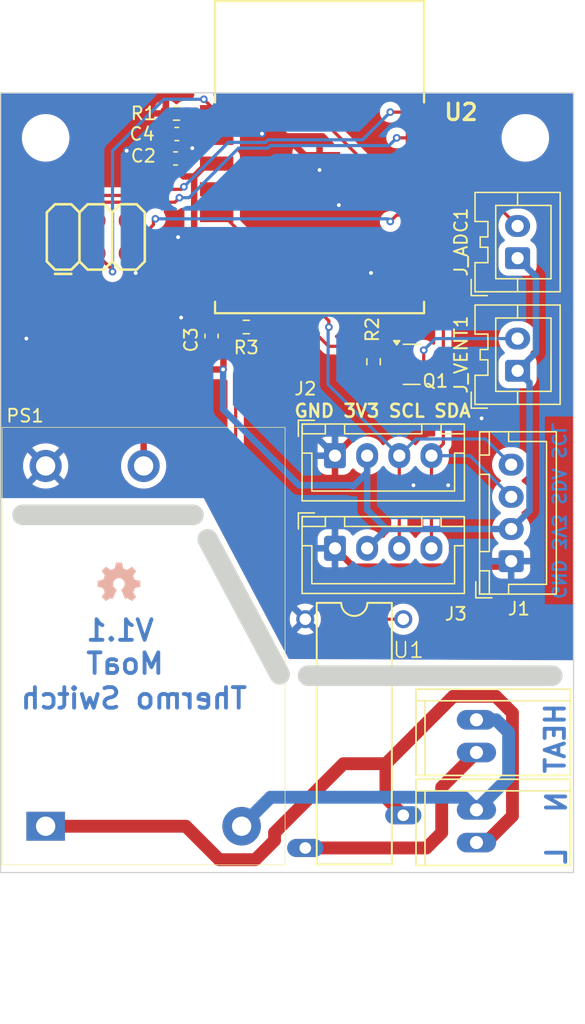
<source format=kicad_pcb>
(kicad_pcb (version 20221018) (generator pcbnew)
  (title_block (comment 4 "AISLER Project ID: STHUFQXV"))
  (layers (0 "F.Cu" signal) (31 "B.Cu" signal) (34 "B.Paste" user) (35 "F.Paste" user) (36 "B.SilkS" user "B.Silkscreen") (37 "F.SilkS" user "F.Silkscreen") (38 "B.Mask" user) (39 "F.Mask" user) (44 "Edge.Cuts" user))
  (net 0 "")
  (net 1 "GND")
  (net 2 "+3V3")
  (net 3 "SDA")
  (net 4 "SCL")
  (net 5 "ADC")
  (net 6 "Net-(J_HEAT1-Pin_2)")
  (net 7 "Net-(J_HEAT1-Pin_1)")
  (net 8 "Net-(J_PWR1-Pin_2)")
  (net 9 "Net-(Prog1-Tx)")
  (net 10 "Net-(Prog1-Rx)")
  (net 11 "PROG")
  (net 12 "Net-(Prog1-Reset)")
  (net 13 "Net-(J_VENT1-Pin_2)")
  (net 14 "Net-(U1-+)")
  (net 15 "VENT")
  (net 20 "SIG")
  (footprint "localstuff:1X02_GN" (layer "F.Cu") (at 150.7 93.5 -90)
    (fp_text reference "J_PWR1" hide)
    (fp_text value "Conn_01x02_Socket")
    (fp_line (start -3.65 -7.3) (end -3.65 4.7) (stroke (width 0.127)) (layer "F.SilkS"))
    (fp_line (start -3.65 4.7) (end -2.75 4.7) (stroke (width 0.127)) (layer "F.SilkS"))
    (fp_line (start -2.75 -7.3) (end -3.65 -7.3) (stroke (width 0.127)) (layer "F.SilkS"))
    (fp_line (start -2.75 -7.3) (end -2.75 4) (stroke (width 0.127)) (layer "F.SilkS"))
    (fp_line (start -2.75 4) (end -2.75 4.7) (stroke (width 0.127)) (layer "F.SilkS"))
    (fp_line (start -2.75 4) (end 3.05 4) (stroke (width 0.127)) (layer "F.SilkS"))
    (fp_line (start -2.75 4.7) (end 3.05 4.7) (stroke (width 0.127)) (layer "F.SilkS"))
    (fp_line (start 3.05 -7.3) (end -2.75 -7.3) (stroke (width 0.127)) (layer "F.SilkS"))
    (fp_line (start 3.05 4) (end 3.05 -7.3) (stroke (width 0.127)) (layer "F.SilkS"))
    (fp_line (start 3.05 4.7) (end 3.05 4) (stroke (width 0.127)) (layer "F.SilkS"))
    (pad "1" thru_hole oval (at -1.27 0) (size 3.048 1.524) (drill 1.016) (layers "*.Cu" "*.Mask") (net 7 "Net-(J_HEAT1-Pin_1)"))
    (pad "2" thru_hole oval (at 1.27 0) (size 3.048 1.524) (drill 1.016) (layers "*.Cu" "*.Mask") (net 8 "Net-(J_PWR1-Pin_2)"))
  )
  (footprint "Connector_JST:JST_XH_B4B-XH-A_1x04_P2.50mm_Vertical" (layer "F.Cu") (at 153.4 72.9 90)
    (fp_text reference "J1" (at -3.7 0.6 180) (layer "F.SilkS"))
    (fp_text value "Conn_01x04_Pin")
    (fp_line (start -2.85 -2.75) (end -2.85 -1.5) (stroke (width 0.12)) (layer "F.SilkS"))
    (fp_line (start -2.56 -2.46) (end -2.56 3.51) (stroke (width 0.12)) (layer "F.SilkS"))
    (fp_line (start -2.56 3.51) (end 10.06 3.51) (stroke (width 0.12)) (layer "F.SilkS"))
    (fp_line (start -2.55 -2.45) (end -2.55 -1.7) (stroke (width 0.12)) (layer "F.SilkS"))
    (fp_line (start -2.55 -1.7) (end -0.75 -1.7) (stroke (width 0.12)) (layer "F.SilkS"))
    (fp_line (start -2.55 -0.2) (end -1.8 -0.2) (stroke (width 0.12)) (layer "F.SilkS"))
    (fp_line (start -1.8 -0.2) (end -1.8 2.75) (stroke (width 0.12)) (layer "F.SilkS"))
    (fp_line (start -1.8 2.75) (end 3.75 2.75) (stroke (width 0.12)) (layer "F.SilkS"))
    (fp_line (start -1.6 -2.75) (end -2.85 -2.75) (stroke (width 0.12)) (layer "F.SilkS"))
    (fp_line (start -0.75 -2.45) (end -2.55 -2.45) (stroke (width 0.12)) (layer "F.SilkS"))
    (fp_line (start -0.75 -1.7) (end -0.75 -2.45) (stroke (width 0.12)) (layer "F.SilkS"))
    (fp_line (start 0.75 -2.45) (end 0.75 -1.7) (stroke (width 0.12)) (layer "F.SilkS"))
    (fp_line (start 0.75 -1.7) (end 6.75 -1.7) (stroke (width 0.12)) (layer "F.SilkS"))
    (fp_line (start 6.75 -2.45) (end 0.75 -2.45) (stroke (width 0.12)) (layer "F.SilkS"))
    (fp_line (start 6.75 -1.7) (end 6.75 -2.45) (stroke (width 0.12)) (layer "F.SilkS"))
    (fp_line (start 8.25 -2.45) (end 8.25 -1.7) (stroke (width 0.12)) (layer "F.SilkS"))
    (fp_line (start 8.25 -1.7) (end 10.05 -1.7) (stroke (width 0.12)) (layer "F.SilkS"))
    (fp_line (start 9.3 -0.2) (end 9.3 2.75) (stroke (width 0.12)) (layer "F.SilkS"))
    (fp_line (start 9.3 2.75) (end 3.75 2.75) (stroke (width 0.12)) (layer "F.SilkS"))
    (fp_line (start 10.05 -2.45) (end 8.25 -2.45) (stroke (width 0.12)) (layer "F.SilkS"))
    (fp_line (start 10.05 -1.7) (end 10.05 -2.45) (stroke (width 0.12)) (layer "F.SilkS"))
    (fp_line (start 10.05 -0.2) (end 9.3 -0.2) (stroke (width 0.12)) (layer "F.SilkS"))
    (fp_line (start 10.06 -2.46) (end -2.56 -2.46) (stroke (width 0.12)) (layer "F.SilkS"))
    (fp_line (start 10.06 3.51) (end 10.06 -2.46) (stroke (width 0.12)) (layer "F.SilkS"))
    (pad "1" thru_hole roundrect (at 0 0 90) (size 1.7 1.95) (drill 0.95) (layers "*.Cu" "*.Mask") (roundrect_rratio 0.1470588235) (net 1 "GND"))
    (pad "2" thru_hole oval (at 2.5 0 90) (size 1.7 1.95) (drill 0.95) (layers "*.Cu" "*.Mask") (net 2 "+3V3"))
    (pad "3" thru_hole oval (at 5 0 90) (size 1.7 1.95) (drill 0.95) (layers "*.Cu" "*.Mask") (net 3 "SDA"))
    (pad "4" thru_hole oval (at 7.5 0 90) (size 1.7 1.95) (drill 0.95) (layers "*.Cu" "*.Mask") (net 4 "SCL"))
  )
  (footprint "localstuff:RAC01-3.3" (layer "F.Cu") (at 124.82 79.5 180)
    (fp_text reference "PS1" (at 9.22 17.9) (layer "F.SilkS") (effects (font (size 1.000677 1.000677))))
    (fp_text value "RAC01-3.3")
    (fp_rect (start -11 -17) (end 11 17) (stroke (width 0.05)) (fill none) (layer "F.SilkS"))
    (pad "1" thru_hole rect (at 7.62 -14 180) (size 3 2.25) (drill 1.5) (layers "*.Cu" "*.Mask") (net 8 "Net-(J_PWR1-Pin_2)"))
    (pad "2" thru_hole circle (at -7.62 -14 180) (size 3 3) (drill 1.5) (layers "*.Cu" "*.Mask") (net 7 "Net-(J_HEAT1-Pin_1)"))
    (pad "3" thru_hole circle (at 7.62 14 180) (size 2.5 2.5) (drill 1.5) (layers "*.Cu" "*.Mask") (net 1 "GND"))
    (pad "4" thru_hole circle (at 0 14 180) (size 2.5 2.5) (drill 1.5) (layers "*.Cu" "*.Mask") (net 2 "+3V3"))
  )
  (footprint "Capacitor_SMD:C_0603_1608Metric" (layer "F.Cu") (at 127.3 41.6)
    (fp_text reference "C2" (at -2.5 -0.2) (layer "F.SilkS"))
    (fp_text value "CP_10µ_16V_0603")
    (fp_line (start -0.14058 -0.51) (end 0.14058 -0.51) (stroke (width 0.12)) (layer "F.SilkS"))
    (fp_line (start -0.14058 0.51) (end 0.14058 0.51) (stroke (width 0.12)) (layer "F.SilkS"))
    (pad "1" smd roundrect (at -0.775 0) (size 0.9 0.95) (layers "F.Cu" "F.Paste" "F.Mask") (net 2 "+3V3"))
    (pad "2" smd roundrect (at 0.775 0) (size 0.9 0.95) (layers "F.Cu" "F.Paste" "F.Mask") (net 1 "GND"))
  )
  (footprint "Connector_JST:JST_XA_B02B-XASK-1_1x02_P2.50mm_Vertical" (layer "F.Cu") (at 153.9 49.35 90)
    (fp_text reference "J_ADC1" (at 1.25 -4.4 90) (layer "F.SilkS"))
    (fp_text value "Conn_01x02_Socket")
    (fp_line (start -2.91 -3.61) (end -2.91 -2.36) (stroke (width 0.12)) (layer "F.SilkS"))
    (fp_line (start -2.61 -3.31) (end -2.61 3.31) (stroke (width 0.12)) (layer "F.SilkS"))
    (fp_line (start -2.61 0) (end -1.6 0) (stroke (width 0.12)) (layer "F.SilkS"))
    (fp_line (start -2.61 3.31) (end 5.11 3.31) (stroke (width 0.12)) (layer "F.SilkS"))
    (fp_line (start -1.66 -3.61) (end -2.91 -3.61) (stroke (width 0.12)) (layer "F.SilkS"))
    (fp_line (start -1.6 -1.7) (end -1.6 2.6) (stroke (width 0.12)) (layer "F.SilkS"))
    (fp_line (start -1.6 2.6) (end 4.1 2.6) (stroke (width 0.12)) (layer "F.SilkS"))
    (fp_line (start -0.35 -3.31) (end -2.61 -3.31) (stroke (width 0.12)) (layer "F.SilkS"))
    (fp_line (start -0.35 -2.31) (end -0.35 -3.31) (stroke (width 0.12)) (layer "F.SilkS"))
    (fp_line (start 0.85 -2.91) (end 0.85 -2.31) (stroke (width 0.12)) (layer "F.SilkS"))
    (fp_line (start 0.85 -2.31) (end -0.35 -2.31) (stroke (width 0.12)) (layer "F.SilkS"))
    (fp_line (start 1.65 -2.91) (end 0.85 -2.91) (stroke (width 0.12)) (layer "F.SilkS"))
    (fp_line (start 1.65 -2.31) (end 1.65 -2.91) (stroke (width 0.12)) (layer "F.SilkS"))
    (fp_line (start 2.85 -3.31) (end 2.85 -2.31) (stroke (width 0.12)) (layer "F.SilkS"))
    (fp_line (start 2.85 -2.31) (end 1.65 -2.31) (stroke (width 0.12)) (layer "F.SilkS"))
    (fp_line (start 4.1 -1.7) (end -1.6 -1.7) (stroke (width 0.12)) (layer "F.SilkS"))
    (fp_line (start 4.1 2.6) (end 4.1 -1.7) (stroke (width 0.12)) (layer "F.SilkS"))
    (fp_line (start 5.11 -3.31) (end 2.85 -3.31) (stroke (width 0.12)) (layer "F.SilkS"))
    (fp_line (start 5.11 0) (end 4.1 0) (stroke (width 0.12)) (layer "F.SilkS"))
    (fp_line (start 5.11 3.31) (end 5.11 -3.31) (stroke (width 0.12)) (layer "F.SilkS"))
    (pad "1" thru_hole roundrect (at 0 0 90) (size 1.7 1.95) (drill 0.95) (layers "*.Cu" "*.Mask") (roundrect_rratio 0.1470588235) (net 2 "+3V3"))
    (pad "2" thru_hole oval (at 2.5 0 90) (size 1.7 1.95) (drill 0.95) (layers "*.Cu" "*.Mask") (net 5 "ADC"))
  )
  (footprint "Connector_JST:JST_XH_B4B-XH-A_1x04_P2.50mm_Vertical" (layer "F.Cu") (at 139.7 71.9)
    (fp_text reference "J3" (at 9.4 5.1) (layer "F.SilkS"))
    (fp_text value "Conn_01x04_Pin")
    (fp_line (start -2.85 -2.75) (end -2.85 -1.5) (stroke (width 0.12)) (layer "F.SilkS"))
    (fp_line (start -2.56 -2.46) (end -2.56 3.51) (stroke (width 0.12)) (layer "F.SilkS"))
    (fp_line (start -2.56 3.51) (end 10.06 3.51) (stroke (width 0.12)) (layer "F.SilkS"))
    (fp_line (start -2.55 -2.45) (end -2.55 -1.7) (stroke (width 0.12)) (layer "F.SilkS"))
    (fp_line (start -2.55 -1.7) (end -0.75 -1.7) (stroke (width 0.12)) (layer "F.SilkS"))
    (fp_line (start -2.55 -0.2) (end -1.8 -0.2) (stroke (width 0.12)) (layer "F.SilkS"))
    (fp_line (start -1.8 -0.2) (end -1.8 2.75) (stroke (width 0.12)) (layer "F.SilkS"))
    (fp_line (start -1.8 2.75) (end 3.75 2.75) (stroke (width 0.12)) (layer "F.SilkS"))
    (fp_line (start -1.6 -2.75) (end -2.85 -2.75) (stroke (width 0.12)) (layer "F.SilkS"))
    (fp_line (start -0.75 -2.45) (end -2.55 -2.45) (stroke (width 0.12)) (layer "F.SilkS"))
    (fp_line (start -0.75 -1.7) (end -0.75 -2.45) (stroke (width 0.12)) (layer "F.SilkS"))
    (fp_line (start 0.75 -2.45) (end 0.75 -1.7) (stroke (width 0.12)) (layer "F.SilkS"))
    (fp_line (start 0.75 -1.7) (end 6.75 -1.7) (stroke (width 0.12)) (layer "F.SilkS"))
    (fp_line (start 6.75 -2.45) (end 0.75 -2.45) (stroke (width 0.12)) (layer "F.SilkS"))
    (fp_line (start 6.75 -1.7) (end 6.75 -2.45) (stroke (width 0.12)) (layer "F.SilkS"))
    (fp_line (start 8.25 -2.45) (end 8.25 -1.7) (stroke (width 0.12)) (layer "F.SilkS"))
    (fp_line (start 8.25 -1.7) (end 10.05 -1.7) (stroke (width 0.12)) (layer "F.SilkS"))
    (fp_line (start 9.3 -0.2) (end 9.3 2.75) (stroke (width 0.12)) (layer "F.SilkS"))
    (fp_line (start 9.3 2.75) (end 3.75 2.75) (stroke (width 0.12)) (layer "F.SilkS"))
    (fp_line (start 10.05 -2.45) (end 8.25 -2.45) (stroke (width 0.12)) (layer "F.SilkS"))
    (fp_line (start 10.05 -1.7) (end 10.05 -2.45) (stroke (width 0.12)) (layer "F.SilkS"))
    (fp_line (start 10.05 -0.2) (end 9.3 -0.2) (stroke (width 0.12)) (layer "F.SilkS"))
    (fp_line (start 10.06 -2.46) (end -2.56 -2.46) (stroke (width 0.12)) (layer "F.SilkS"))
    (fp_line (start 10.06 3.51) (end 10.06 -2.46) (stroke (width 0.12)) (layer "F.SilkS"))
    (pad "1" thru_hole roundrect (at 0 0) (size 1.7 1.95) (drill 0.95) (layers "*.Cu" "*.Mask") (roundrect_rratio 0.1470588235) (net 1 "GND"))
    (pad "2" thru_hole oval (at 2.5 0) (size 1.7 1.95) (drill 0.95) (layers "*.Cu" "*.Mask") (net 2 "+3V3"))
    (pad "3" thru_hole oval (at 5 0) (size 1.7 1.95) (drill 0.95) (layers "*.Cu" "*.Mask") (net 4 "SCL"))
    (pad "4" thru_hole oval (at 7.5 0) (size 1.7 1.95) (drill 0.95) (layers "*.Cu" "*.Mask") (net 3 "SDA"))
  )
  (footprint "Connector_JST:JST_XH_B4B-XH-A_1x04_P2.50mm_Vertical" (layer "F.Cu") (at 139.7 64.7)
    (fp_text reference "J2" (at -2.3 -5.2) (layer "F.SilkS"))
    (fp_text value "Conn_01x04_Pin")
    (fp_line (start -2.85 -2.75) (end -2.85 -1.5) (stroke (width 0.12)) (layer "F.SilkS"))
    (fp_line (start -2.56 -2.46) (end -2.56 3.51) (stroke (width 0.12)) (layer "F.SilkS"))
    (fp_line (start -2.56 3.51) (end 10.06 3.51) (stroke (width 0.12)) (layer "F.SilkS"))
    (fp_line (start -2.55 -2.45) (end -2.55 -1.7) (stroke (width 0.12)) (layer "F.SilkS"))
    (fp_line (start -2.55 -1.7) (end -0.75 -1.7) (stroke (width 0.12)) (layer "F.SilkS"))
    (fp_line (start -2.55 -0.2) (end -1.8 -0.2) (stroke (width 0.12)) (layer "F.SilkS"))
    (fp_line (start -1.8 -0.2) (end -1.8 2.75) (stroke (width 0.12)) (layer "F.SilkS"))
    (fp_line (start -1.8 2.75) (end 3.75 2.75) (stroke (width 0.12)) (layer "F.SilkS"))
    (fp_line (start -1.6 -2.75) (end -2.85 -2.75) (stroke (width 0.12)) (layer "F.SilkS"))
    (fp_line (start -0.75 -2.45) (end -2.55 -2.45) (stroke (width 0.12)) (layer "F.SilkS"))
    (fp_line (start -0.75 -1.7) (end -0.75 -2.45) (stroke (width 0.12)) (layer "F.SilkS"))
    (fp_line (start 0.75 -2.45) (end 0.75 -1.7) (stroke (width 0.12)) (layer "F.SilkS"))
    (fp_line (start 0.75 -1.7) (end 6.75 -1.7) (stroke (width 0.12)) (layer "F.SilkS"))
    (fp_line (start 6.75 -2.45) (end 0.75 -2.45) (stroke (width 0.12)) (layer "F.SilkS"))
    (fp_line (start 6.75 -1.7) (end 6.75 -2.45) (stroke (width 0.12)) (layer "F.SilkS"))
    (fp_line (start 8.25 -2.45) (end 8.25 -1.7) (stroke (width 0.12)) (layer "F.SilkS"))
    (fp_line (start 8.25 -1.7) (end 10.05 -1.7) (stroke (width 0.12)) (layer "F.SilkS"))
    (fp_line (start 9.3 -0.2) (end 9.3 2.75) (stroke (width 0.12)) (layer "F.SilkS"))
    (fp_line (start 9.3 2.75) (end 3.75 2.75) (stroke (width 0.12)) (layer "F.SilkS"))
    (fp_line (start 10.05 -2.45) (end 8.25 -2.45) (stroke (width 0.12)) (layer "F.SilkS"))
    (fp_line (start 10.05 -1.7) (end 10.05 -2.45) (stroke (width 0.12)) (layer "F.SilkS"))
    (fp_line (start 10.05 -0.2) (end 9.3 -0.2) (stroke (width 0.12)) (layer "F.SilkS"))
    (fp_line (start 10.06 -2.46) (end -2.56 -2.46) (stroke (width 0.12)) (layer "F.SilkS"))
    (fp_line (start 10.06 3.51) (end 10.06 -2.46) (stroke (width 0.12)) (layer "F.SilkS"))
    (pad "1" thru_hole roundrect (at 0 0) (size 1.7 1.95) (drill 0.95) (layers "*.Cu" "*.Mask") (roundrect_rratio 0.1470588235) (net 1 "GND"))
    (pad "2" thru_hole oval (at 2.5 0) (size 1.7 1.95) (drill 0.95) (layers "*.Cu" "*.Mask") (net 2 "+3V3"))
    (pad "3" thru_hole oval (at 5 0) (size 1.7 1.95) (drill 0.95) (layers "*.Cu" "*.Mask") (net 4 "SCL"))
    (pad "4" thru_hole oval (at 7.5 0) (size 1.7 1.95) (drill 0.95) (layers "*.Cu" "*.Mask") (net 3 "SDA"))
  )
  (footprint "localstuff:DIL16-CPC1965G" (layer "F.Cu") (at 141.2 86.3 -90)
    (fp_text reference "U1" (at -7.2 -5.5 -180) (layer "F.SilkS") (effects (font (size 1.2065 1.2065) (thickness 0.127)) (justify right top)))
    (fp_text value "CPC1965G")
    (fp_line (start -10.16 -2.921) (end -10.16 -1.016) (stroke (width 0.1524)) (layer "F.SilkS"))
    (fp_line (start -10.16 2.921) (end -10.16 1.016) (stroke (width 0.1524)) (layer "F.SilkS"))
    (fp_line (start -10.16 2.921) (end 10.16 2.921) (stroke (width 0.1524)) (layer "F.SilkS"))
    (fp_line (start 10.16 -2.921) (end -10.16 -2.921) (stroke (width 0.1524)) (layer "F.SilkS"))
    (fp_line (start 10.16 -2.921) (end 10.16 2.921) (stroke (width 0.1524)) (layer "F.SilkS"))
    (fp_arc (start -10.16 -1.016) (mid -9.144 0) (end -10.16 1.016) (stroke (width 0.1524)) (layer "F.SilkS"))
    (pad "1" thru_hole circle (at -8.89 3.81) (size 1.408 1.408) (drill 0.9) (layers "*.Cu" "*.Mask") (net 1 "GND"))
    (pad "8" thru_hole oval (at 8.89 3.81) (size 2.816 1.408) (drill 0.9) (layers "*.Cu" "*.Mask") (net 6 "Net-(J_HEAT1-Pin_2)"))
    (pad "10" thru_hole oval (at 6.35 -3.81) (size 2.816 1.408) (drill 0.9) (layers "*.Cu" "*.Mask") (net 8 "Net-(J_PWR1-Pin_2)"))
    (pad "16" thru_hole circle (at -8.89 -3.81) (size 1.408 1.408) (drill 0.9) (layers "*.Cu" "*.Mask") (net 14 "Net-(U1-+)"))
  )
  (footprint "Resistor_SMD:R_0603_1608Metric" (layer "F.Cu") (at 127.375 38.1 180)
    (fp_text reference "R1" (at 2.575 0) (layer "F.SilkS"))
    (fp_text value "R_5k1_0603")
    (fp_line (start -0.237258 -0.5225) (end 0.237258 -0.5225) (stroke (width 0.12)) (layer "F.SilkS"))
    (fp_line (start -0.237258 0.5225) (end 0.237258 0.5225) (stroke (width 0.12)) (layer "F.SilkS"))
    (pad "1" smd roundrect (at -0.825 0 180) (size 0.8 0.95) (layers "F.Cu" "F.Paste" "F.Mask") (net 5 "ADC"))
    (pad "2" smd roundrect (at 0.825 0 180) (size 0.8 0.95) (layers "F.Cu" "F.Paste" "F.Mask") (net 1 "GND"))
  )
  (footprint "localstuff:ESP-12S" (layer "F.Cu") (at 138.5 41.5)
    (fp_text reference "U2" (at 11 -3.5) (layer "F.SilkS") (effects (font (size 1.27 1.27) (thickness 0.25) bold)))
    (fp_text value "ESP-12S")
    (fp_line (start -8.127 -12.127) (end 8.127 -12.127) (stroke (width 0.1778)) (layer "F.SilkS"))
    (fp_line (start -8.127 -4.256) (end -8.127 -12.127) (stroke (width 0.1778)) (layer "F.SilkS"))
    (fp_line (start -8.127 12.127) (end -8.127 11.241) (stroke (width 0.1778)) (layer "F.SilkS"))
    (fp_line (start 8.127 -12.127) (end 8.127 -4.256) (stroke (width 0.1778)) (layer "F.SilkS"))
    (fp_line (start 8.127 11.241) (end 8.127 12.127) (stroke (width 0.1778)) (layer "F.SilkS"))
    (fp_line (start 8.127 12.127) (end -8.127 12.127) (stroke (width 0.1778)) (layer "F.SilkS"))
    (pad "1" smd rect (at -8 -3.5) (size 2.6 1.1) (layers "F.Cu" "F.Paste" "F.Mask") (net 12 "Net-(Prog1-Reset)"))
    (pad "2" smd rect (at -8 -1.5) (size 2.6 1.1) (layers "F.Cu" "F.Paste" "F.Mask") (net 5 "ADC"))
    (pad "3" smd rect (at -8 0.5) (size 2.6 1.1) (layers "F.Cu" "F.Paste" "F.Mask") (net 2 "+3V3"))
    (pad "4" smd rect (at -8 2.5) (size 2.6 1.1) (layers "F.Cu" "F.Paste" "F.Mask"))
    (pad "5" smd rect (at -8 4.5) (size 2.6 1.1) (layers "F.Cu" "F.Paste" "F.Mask") (net 4 "SCL"))
    (pad "6" smd rect (at -8 6.5) (size 2.6 1.1) (layers "F.Cu" "F.Paste" "F.Mask") (net 15 "VENT"))
    (pad "7" smd rect (at -8 8.5) (size 2.6 1.1) (layers "F.Cu" "F.Paste" "F.Mask") (net 20 "SIG"))
    (pad "8" smd rect (at -8 10.5) (size 2.6 1.1) (layers "F.Cu" "F.Paste" "F.Mask") (net 2 "+3V3"))
    (pad "9" smd rect (at 8 10.5 180) (size 2.6 1.1) (layers "F.Cu" "F.Paste" "F.Mask") (net 1 "GND"))
    (pad "10" smd rect (at 8 8.5 180) (size 2.6 1.1) (layers "F.Cu" "F.Paste" "F.Mask"))
    (pad "11" smd rect (at 8 6.5 180) (size 2.6 1.1) (layers "F.Cu" "F.Paste" "F.Mask") (net 3 "SDA"))
    (pad "12" smd rect (at 8 4.5 180) (size 2.6 1.1) (layers "F.Cu" "F.Paste" "F.Mask") (net 11 "PROG"))
    (pad "13" smd rect (at 8 2.5 180) (size 2.6 1.1) (layers "F.Cu" "F.Paste" "F.Mask"))
    (pad "14" smd rect (at 8 0.5 180) (size 2.6 1.1) (layers "F.Cu" "F.Paste" "F.Mask"))
    (pad "15" smd rect (at 8 -1.5 180) (size 2.6 1.1) (layers "F.Cu" "F.Paste" "F.Mask") (net 10 "Net-(Prog1-Rx)"))
    (pad "16" smd rect (at 8 -3.5 180) (size 2.6 1.1) (layers "F.Cu" "F.Paste" "F.Mask") (net 9 "Net-(Prog1-Tx)"))
    (pad "P$1" smd rect (at 0 1.2) (size 3.2 3.2) (layers "F.Cu" "F.Mask") (net 1 "GND"))
    (zone (net 0) (net_name "") (layer "F.Cu") (connect_pads (clearance 0)) (min_thickness 0.002541)
      (keepout (tracks not_allowed) (vias not_allowed) (pads not_allowed) (copperpour not_allowed) (footprints allowed))
      (fill (thermal_gap 0.508) (thermal_bridge_width 0.508))
      (polygon (pts (xy 130.5 36.5) (xy 146.5 36.5) (xy 146.5 29.5) (xy 130.5 29.5)))
    )
    (zone (net 0) (net_name "") (layer "B.Cu") (connect_pads (clearance 0)) (min_thickness 0.002541)
      (keepout (tracks not_allowed) (vias not_allowed) (pads not_allowed) (copperpour not_allowed) (footprints allowed))
      (fill (thermal_gap 0.508) (thermal_bridge_width 0.508))
      (polygon (pts (xy 146.5 36.5) (xy 130.5 36.5) (xy 130.5 29.5) (xy 146.5 29.5)))
    )
  )
  (footprint "Resistor_SMD:R_0603_1608Metric" (layer "F.Cu") (at 142.7 57.4 -90)
    (fp_text reference "R2" (at -2.5 0.1 -270) (layer "F.SilkS"))
    (fp_text value "R_100k_0603")
    (fp_line (start -0.237258 -0.5225) (end 0.237258 -0.5225) (stroke (width 0.12)) (layer "F.SilkS"))
    (fp_line (start -0.237258 0.5225) (end 0.237258 0.5225) (stroke (width 0.12)) (layer "F.SilkS"))
    (pad "1" smd roundrect (at -0.825 0 270) (size 0.8 0.95) (layers "F.Cu" "F.Paste" "F.Mask") (net 15 "VENT"))
    (pad "2" smd roundrect (at 0.825 0 270) (size 0.8 0.95) (layers "F.Cu" "F.Paste" "F.Mask") (net 1 "GND"))
  )
  (footprint "MountingHole:MountingHole_3.2mm_M3" (layer "F.Cu") (at 117.2 40)
    (fp_text reference "REF**" hide)
    (fp_text value "MountingHole_3.2mm_M3" hide)
    (pad "" np_thru_hole circle (at 0 0) (size 3.2 3.2) (drill 3.2) (layers "*.Cu" "*.Mask"))
  )
  (footprint "MountingHole:MountingHole_3.2mm_M3" (layer "F.Cu") (at 154.5 40)
    (fp_text reference "REF**" hide)
    (fp_text value "MountingHole_3.2mm_M3" hide)
    (pad "" np_thru_hole circle (at 0 0) (size 3.2 3.2) (drill 3.2) (layers "*.Cu" "*.Mask"))
  )
  (footprint "localstuff:2X3_PAD" (layer "F.Cu") (at 121.1 47.7)
    (fp_text reference "Prog1" hide)
    (fp_text value "PogoPad" hide)
    (fp_line (start -3.81 -1.905) (end -3.175 -2.54) (stroke (width 0.2032)) (layer "F.SilkS"))
    (fp_line (start -3.81 1.905) (end -3.81 -1.905) (stroke (width 0.2032)) (layer "F.SilkS"))
    (fp_line (start -3.81 1.905) (end -3.175 2.54) (stroke (width 0.2032)) (layer "F.SilkS"))
    (fp_line (start -3.175 -2.54) (end -1.905 -2.54) (stroke (width 0.2032)) (layer "F.SilkS"))
    (fp_line (start -3.175 2.54) (end -1.905 2.54) (stroke (width 0.2032)) (layer "F.SilkS"))
    (fp_line (start -1.905 -2.54) (end -1.27 -1.905) (stroke (width 0.2032)) (layer "F.SilkS"))
    (fp_line (start -1.905 2.54) (end -1.27 1.905) (stroke (width 0.2032)) (layer "F.SilkS"))
    (fp_line (start -1.905 2.875) (end -3.175 2.875) (stroke (width 0.2032)) (layer "F.SilkS"))
    (fp_line (start -1.27 -1.905) (end -1.27 1.905) (stroke (width 0.2032)) (layer "F.SilkS"))
    (fp_line (start -1.27 -1.905) (end -0.635 -2.54) (stroke (width 0.2032)) (layer "F.SilkS"))
    (fp_line (start -1.27 1.905) (end -0.635 2.54) (stroke (width 0.2032)) (layer "F.SilkS"))
    (fp_line (start -0.635 -2.54) (end 0.635 -2.54) (stroke (width 0.2032)) (layer "F.SilkS"))
    (fp_line (start -0.635 2.54) (end 0.635 2.54) (stroke (width 0.2032)) (layer "F.SilkS"))
    (fp_line (start 0.635 -2.54) (end 1.27 -1.905) (stroke (width 0.2032)) (layer "F.SilkS"))
    (fp_line (start 0.635 2.54) (end 1.27 1.905) (stroke (width 0.2032)) (layer "F.SilkS"))
    (fp_line (start 1.27 -1.905) (end 1.27 1.905) (stroke (width 0.2032)) (layer "F.SilkS"))
    (fp_line (start 1.27 -1.905) (end 1.905 -2.54) (stroke (width 0.2032)) (layer "F.SilkS"))
    (fp_line (start 1.27 1.905) (end 1.905 2.54) (stroke (width 0.2032)) (layer "F.SilkS"))
    (fp_line (start 1.905 -2.54) (end 3.175 -2.54) (stroke (width 0.2032)) (layer "F.SilkS"))
    (fp_line (start 1.905 2.54) (end 3.175 2.54) (stroke (width 0.2032)) (layer "F.SilkS"))
    (fp_line (start 3.175 -2.54) (end 3.81 -1.905) (stroke (width 0.2032)) (layer "F.SilkS"))
    (fp_line (start 3.175 2.54) (end 3.81 1.905) (stroke (width 0.2032)) (layer "F.SilkS"))
    (fp_line (start 3.81 -1.905) (end 3.81 1.905) (stroke (width 0.2032)) (layer "F.SilkS"))
    (pad "1" smd roundrect (at -2.54 1.27 180) (size 1.524 1.524) (layers "F.Cu" "F.Paste" "F.Mask") (net 2 "+3V3"))
    (pad "2" smd roundrect (at -2.54 -1.27 180) (size 1.524 1.524) (layers "F.Cu" "F.Paste" "F.Mask") (roundrect_rratio 0.5) (net 9 "Net-(Prog1-Tx)"))
    (pad "3" smd roundrect (at 0 1.27 180) (size 1.524 1.524) (layers "F.Cu" "F.Paste" "F.Mask") (roundrect_rratio 0.5) (net 12 "Net-(Prog1-Reset)"))
    (pad "4" smd roundrect (at 0 -1.27 180) (size 1.524 1.524) (layers "F.Cu" "F.Paste" "F.Mask") (roundrect_rratio 0.5) (net 10 "Net-(Prog1-Rx)"))
    (pad "5" smd roundrect (at 2.54 1.27 180) (size 1.524 1.524) (layers "F.Cu" "F.Paste" "F.Mask") (roundrect_rratio 0.5) (net 1 "GND"))
    (pad "6" smd roundrect (at 2.54 -1.27 180) (size 1.524 1.524) (layers "F.Cu" "F.Paste" "F.Mask") (roundrect_rratio 0.5) (net 11 "PROG"))
  )
  (footprint "Connector_JST:JST_XA_B02B-XASK-1_1x02_P2.50mm_Vertical" (layer "F.Cu") (at 153.9 58.1 90)
    (fp_text reference "J_VENT1" (at 1.25 -4.4 90) (layer "F.SilkS"))
    (fp_text value "Conn_01x02_Socket")
    (fp_line (start -2.91 -3.61) (end -2.91 -2.36) (stroke (width 0.12)) (layer "F.SilkS"))
    (fp_line (start -2.61 -3.31) (end -2.61 3.31) (stroke (width 0.12)) (layer "F.SilkS"))
    (fp_line (start -2.61 0) (end -1.6 0) (stroke (width 0.12)) (layer "F.SilkS"))
    (fp_line (start -2.61 3.31) (end 5.11 3.31) (stroke (width 0.12)) (layer "F.SilkS"))
    (fp_line (start -1.66 -3.61) (end -2.91 -3.61) (stroke (width 0.12)) (layer "F.SilkS"))
    (fp_line (start -1.6 -1.7) (end -1.6 2.6) (stroke (width 0.12)) (layer "F.SilkS"))
    (fp_line (start -1.6 2.6) (end 4.1 2.6) (stroke (width 0.12)) (layer "F.SilkS"))
    (fp_line (start -0.35 -3.31) (end -2.61 -3.31) (stroke (width 0.12)) (layer "F.SilkS"))
    (fp_line (start -0.35 -2.31) (end -0.35 -3.31) (stroke (width 0.12)) (layer "F.SilkS"))
    (fp_line (start 0.85 -2.91) (end 0.85 -2.31) (stroke (width 0.12)) (layer "F.SilkS"))
    (fp_line (start 0.85 -2.31) (end -0.35 -2.31) (stroke (width 0.12)) (layer "F.SilkS"))
    (fp_line (start 1.65 -2.91) (end 0.85 -2.91) (stroke (width 0.12)) (layer "F.SilkS"))
    (fp_line (start 1.65 -2.31) (end 1.65 -2.91) (stroke (width 0.12)) (layer "F.SilkS"))
    (fp_line (start 2.85 -3.31) (end 2.85 -2.31) (stroke (width 0.12)) (layer "F.SilkS"))
    (fp_line (start 2.85 -2.31) (end 1.65 -2.31) (stroke (width 0.12)) (layer "F.SilkS"))
    (fp_line (start 4.1 -1.7) (end -1.6 -1.7) (stroke (width 0.12)) (layer "F.SilkS"))
    (fp_line (start 4.1 2.6) (end 4.1 -1.7) (stroke (width 0.12)) (layer "F.SilkS"))
    (fp_line (start 5.11 -3.31) (end 2.85 -3.31) (stroke (width 0.12)) (layer "F.SilkS"))
    (fp_line (start 5.11 0) (end 4.1 0) (stroke (width 0.12)) (layer "F.SilkS"))
    (fp_line (start 5.11 3.31) (end 5.11 -3.31) (stroke (width 0.12)) (layer "F.SilkS"))
    (pad "1" thru_hole roundrect (at 0 0 90) (size 1.7 1.95) (drill 0.95) (layers "*.Cu" "*.Mask") (roundrect_rratio 0.1470588235) (net 2 "+3V3"))
    (pad "2" thru_hole oval (at 2.5 0 90) (size 1.7 1.95) (drill 0.95) (layers "*.Cu" "*.Mask") (net 13 "Net-(J_VENT1-Pin_2)"))
  )
  (footprint "Capacitor_SMD:C_0603_1608Metric" (layer "F.Cu") (at 127.4 39.7 180)
    (fp_text reference "C4" (at 2.7 0) (layer "F.SilkS"))
    (fp_text value "CP_1µ_10V_0603")
    (fp_line (start -0.14058 -0.51) (end 0.14058 -0.51) (stroke (width 0.12)) (layer "F.SilkS"))
    (fp_line (start -0.14058 0.51) (end 0.14058 0.51) (stroke (width 0.12)) (layer "F.SilkS"))
    (pad "1" smd roundrect (at -0.775 0 180) (size 0.9 0.95) (layers "F.Cu" "F.Paste" "F.Mask") (net 5 "ADC"))
    (pad "2" smd roundrect (at 0.775 0 180) (size 0.9 0.95) (layers "F.Cu" "F.Paste" "F.Mask") (net 1 "GND"))
  )
  (footprint "localstuff:1X02_GN" (layer "F.Cu") (at 150.7 86.5 -90)
    (fp_text reference "J_HEAT1" hide)
    (fp_text value "Conn_01x02_Socket")
    (fp_line (start -3.65 -7.3) (end -3.65 4.7) (stroke (width 0.127)) (layer "F.SilkS"))
    (fp_line (start -3.65 4.7) (end -2.75 4.7) (stroke (width 0.127)) (layer "F.SilkS"))
    (fp_line (start -2.75 -7.3) (end -3.65 -7.3) (stroke (width 0.127)) (layer "F.SilkS"))
    (fp_line (start -2.75 -7.3) (end -2.75 4) (stroke (width 0.127)) (layer "F.SilkS"))
    (fp_line (start -2.75 4) (end -2.75 4.7) (stroke (width 0.127)) (layer "F.SilkS"))
    (fp_line (start -2.75 4) (end 3.05 4) (stroke (width 0.127)) (layer "F.SilkS"))
    (fp_line (start -2.75 4.7) (end 3.05 4.7) (stroke (width 0.127)) (layer "F.SilkS"))
    (fp_line (start 3.05 -7.3) (end -2.75 -7.3) (stroke (width 0.127)) (layer "F.SilkS"))
    (fp_line (start 3.05 4) (end 3.05 -7.3) (stroke (width 0.127)) (layer "F.SilkS"))
    (fp_line (start 3.05 4.7) (end 3.05 4) (stroke (width 0.127)) (layer "F.SilkS"))
    (pad "1" thru_hole oval (at -1.27 0) (size 3.048 1.524) (drill 1.016) (layers "*.Cu" "*.Mask") (net 7 "Net-(J_HEAT1-Pin_1)"))
    (pad "2" thru_hole oval (at 1.27 0) (size 3.048 1.524) (drill 1.016) (layers "*.Cu" "*.Mask") (net 6 "Net-(J_HEAT1-Pin_2)"))
  )
  (footprint "Package_TO_SOT_SMD:SOT-23" (layer "F.Cu") (at 145.6625 57.6)
    (fp_text reference "Q1" (at 1.8375 1.3) (layer "F.SilkS"))
    (fp_text value "2N7002")
    (fp_line (start 0 -1.56) (end -0.65 -1.56) (stroke (width 0.12)) (layer "F.SilkS"))
    (fp_line (start 0 -1.56) (end 0.65 -1.56) (stroke (width 0.12)) (layer "F.SilkS"))
    (fp_line (start 0 1.56) (end -0.65 1.56) (stroke (width 0.12)) (layer "F.SilkS"))
    (fp_line (start 0 1.56) (end 0.65 1.56) (stroke (width 0.12)) (layer "F.SilkS"))
    (fp_poly (pts (xy -1.1625 -1.51) (xy -1.4025 -1.84) (xy -0.9225 -1.84) (xy -1.1625 -1.51)) (stroke (width 0.12)) (fill solid) (layer "F.SilkS"))
    (pad "1" smd roundrect (at -0.9375 -0.95) (size 1.475 0.6) (layers "F.Cu" "F.Paste" "F.Mask") (net 15 "VENT"))
    (pad "2" smd roundrect (at -0.9375 0.95) (size 1.475 0.6) (layers "F.Cu" "F.Paste" "F.Mask") (net 1 "GND"))
    (pad "3" smd roundrect (at 0.9375 0) (size 1.475 0.6) (layers "F.Cu" "F.Paste" "F.Mask") (net 13 "Net-(J_VENT1-Pin_2)"))
  )
  (footprint "Resistor_SMD:R_0603_1608Metric" (layer "F.Cu") (at 132.8 54.7 180)
    (fp_text reference "R3" (at 0 -1.6) (layer "F.SilkS"))
    (fp_text value "R_220_0603")
    (fp_line (start -0.237258 -0.5225) (end 0.237258 -0.5225) (stroke (width 0.12)) (layer "F.SilkS"))
    (fp_line (start -0.237258 0.5225) (end 0.237258 0.5225) (stroke (width 0.12)) (layer "F.SilkS"))
    (pad "1" smd roundrect (at -0.825 0 180) (size 0.8 0.95) (layers "F.Cu" "F.Paste" "F.Mask") (net 20 "SIG"))
    (pad "2" smd roundrect (at 0.825 0 180) (size 0.8 0.95) (layers "F.Cu" "F.Paste" "F.Mask") (net 14 "Net-(U1-+)"))
  )
  (footprint "Capacitor_SMD:C_0603_1608Metric" (layer "F.Cu") (at 130.1 55.4 -90)
    (fp_text reference "C3" (at 0.3 1.6 90) (layer "F.SilkS"))
    (fp_text value "CP_10µ_16V_0603")
    (fp_line (start -0.14058 -0.51) (end 0.14058 -0.51) (stroke (width 0.12)) (layer "F.SilkS"))
    (fp_line (start -0.14058 0.51) (end 0.14058 0.51) (stroke (width 0.12)) (layer "F.SilkS"))
    (pad "1" smd roundrect (at -0.775 0 270) (size 0.9 0.95) (layers "F.Cu" "F.Paste" "F.Mask") (net 2 "+3V3"))
    (pad "2" smd roundrect (at 0.775 0 270) (size 0.9 0.95) (layers "F.Cu" "F.Paste" "F.Mask") (net 1 "GND"))
  )
  (footprint "localstuff:OSHW Logo 3mm" (layer "B.Cu") (at 122.9 74.5 180)
    (fp_text reference "G***" hide)
    (fp_text value "LOGO" hide)
    (fp_poly (pts (xy -1.011428 -1.4986) (xy -0.650494 -1.273048) (xy -0.481076 -1.341628) (xy -0.179578 -0.611378) (xy -0.315722 -0.499618) (xy -0.3937 -0.402336) (xy -0.456946 -0.169164) (xy -0.39878 0.054864) (xy -0.32258 0.153162) (xy -0.230124 0.226314) (xy -0.000508 0.287528) (xy 0.228346 0.230378) (xy 0.368046 0.107442) (xy 0.461518 -0.127) (xy 0.422148 -0.356108) (xy 0.360172 -0.456692) (xy 0.176276 -0.613918) (xy 0.497586 -1.346454) (xy 0.677926 -1.277874) (xy 1.013714 -1.496568) (xy 1.337564 -1.177798) (xy 1.09982 -0.821182) (xy 1.257046 -0.479298) (xy 1.66243 -0.387604) (xy 1.659636 0.063246) (xy 1.22682 0.158496) (xy 1.09474 0.476504) (xy 1.33731 0.847852) (xy 1.01092 1.164844) (xy 0.637286 0.917956) (xy 0.324358 1.044956) (xy 0.220726 1.494028) (xy -0.226822 1.486916) (xy -0.327152 1.036574) (xy -0.631698 0.91186) (xy -1.014222 1.167638) (xy -1.330198 0.831596) (xy -1.094994 0.454152) (xy -1.223518 0.148082) (xy -1.6637 0.063246) (xy -1.668018 -0.389636) (xy -1.238504 -0.485648) (xy -1.109726 -0.83566) (xy -1.330198 -1.187704) (xy -1.011428 -1.4986)) (stroke (width 0.01)) (fill solid) (layer "B.SilkS"))
  )
  (gr_line (start 113.7 97.1) (end 113.7 36.5) (stroke (width 0.1)) (layer "Edge.Cuts"))
  (gr_line (start 158.25 97.1) (end 113.7 97.1) (stroke (width 0.1)) (layer "Edge.Cuts"))
  (gr_line (start 137.6 81.8) (end 156.6 81.8) (stroke (width 1.6)) (layer "Edge.Cuts"))
  (gr_line (start 129.8 71.2) (end 135.4 81.7) (stroke (width 1.6)) (layer "Edge.Cuts"))
  (gr_line (start 158.25 36.5) (end 158.25 97.1) (stroke (width 0.1)) (layer "Edge.Cuts"))
  (gr_line (start 115.4 69.3) (end 128.7 69.3) (stroke (width 1.6)) (layer "Edge.Cuts"))
  (gr_line (start 113.7 36.5) (end 158.25 36.5) (stroke (width 0.1)) (layer "Edge.Cuts"))
  (gr_text "L" (at 157.8 95 90) (layer "B.Cu") (effects (font (size 1.5 1.5) (thickness 0.3) bold) (justify left bottom mirror)))
  (gr_text "HEAT" (at 157.7 83.8 90) (layer "B.Cu") (effects (font (size 1.5 1.5) (thickness 0.3) bold) (justify left bottom mirror)))
  (gr_text "N" (at 155.9 92.6 -90) (layer "B.Cu") (effects (font (size 1.5 1.5) (thickness 0.3) bold) (justify left bottom mirror)))
  (gr_text "Thermo Switch" (at 115.1 84.5) (layer "B.Cu") (effects (font (size 1.6 1.6) (thickness 0.3) bold) (justify right bottom mirror)))
  (gr_text "V1.1\nMoaT" (at 120.2 81.8) (layer "B.Cu") (effects (font (size 1.6 1.6) (thickness 0.3) bold) (justify right bottom mirror)))
  (gr_text "GND 3V3 SDA SCL" (at 156.5 69 -90) (layer "B.Cu") (effects (font (size 1 1) (thickness 0.2) bold) (justify bottom mirror)))
  (gr_text "GND 3V3 SCL SDA" (at 143.4 61.8) (layer "F.SilkS") (effects (font (size 1 1) (thickness 0.2) bold) (justify bottom)))
  (segment (start 146.5 52) (end 145.75 52) (width 0.5) (layer "F.Cu") (net 1))
  (segment (start 128 41.875) (end 128 41.4) (width 0.5) (layer "F.Cu") (net 1))
  (segment (start 125.1 39.7) (end 126.625 39.7) (width 0.5) (layer "F.Cu") (net 1))
  (segment (start 129.875 56.175) (end 124.2 50.5) (width 0.5) (layer "F.Cu") (net 1))
  (segment (start 123.8 41) (end 125.1 39.7) (width 0.5) (layer "F.Cu") (net 1))
  (segment (start 128 41.4) (end 128.6 40.8) (width 0.5) (layer "F.Cu") (net 1))
  (segment (start 141.125 73.325) (end 152.975 73.325) (width 0.5) (layer "F.Cu") (net 1))
  (segment (start 142.7 58.225) (end 144.4 58.225) (width 0.5) (layer "F.Cu") (net 1))
  (segment (start 152.975 73.325) (end 153.4 72.9) (width 0.5) (layer "F.Cu") (net 1))
  (segment (start 144.4 58.225) (end 144.725 58.55) (width 0.5) (layer "F.Cu") (net 1))
  (segment (start 139.7 64.7) (end 142.7 61.7) (width 0.5) (layer "F.Cu") (net 1))
  (segment (start 135.675 39.675) (end 134.022856 39.675) (width 0.5) (layer "F.Cu") (net 1))
  (segment (start 126.55 39.625) (end 126.625 39.7) (width 0.25) (layer "F.Cu") (net 1))
  (segment (start 139.7 71.9) (end 141.125 73.325) (width 0.5) (layer "F.Cu") (net 1))
  (segment (start 138.5 44.75) (end 138.5 42.7) (width 0.5) (layer "F.Cu") (net 1))
  (segment (start 142.7 61.7) (end 142.7 58.225) (width 0.5) (layer "F.Cu") (net 1))
  (segment (start 130.1 56.175) (end 129.875 56.175) (width 0.5) (layer "F.Cu") (net 1))
  (segment (start 126.55 38.1) (end 126.55 39.625) (width 0.25) (layer "F.Cu") (net 1))
  (segment (start 145.75 52) (end 138.5 44.75) (width 0.5) (layer "F.Cu") (net 1))
  (segment (start 123.64 48.97) (end 123.64 49.94) (width 0.5) (layer "F.Cu") (net 1))
  (segment (start 123.5 41) (end 123.8 41) (width 0.5) (layer "F.Cu") (net 1))
  (segment (start 123.64 49.94) (end 124.2 50.5) (width 0.5) (layer "F.Cu") (net 1))
  (segment (start 139.7 71.9) (end 139.7 64.7) (width 0.5) (layer "F.Cu") (net 1))
  (segment (start 138.5 42.5) (end 135.675 39.675) (width 0.5) (layer "F.Cu") (net 1))
  (via (at 123.5 41) (size 0.6) (drill 0.3) (layers "F.Cu" "B.Cu") (net 1))
  (via (at 148.5 67) (size 0.6) (drill 0.3) (layers "F.Cu" "B.Cu") (net 1))
  (via (at 151.1 61.8) (size 0.6) (drill 0.3) (layers "F.Cu" "B.Cu") (net 1))
  (via (at 140 45.225) (size 0.6) (drill 0.3) (layers "F.Cu" "B.Cu") (net 1))
  (via (at 145.8 67) (size 0.6) (drill 0.3) (layers "F.Cu" "B.Cu") (net 1))
  (via (at 138.5 42.5) (size 0.6) (drill 0.3) (layers "F.Cu" "B.Cu") (net 1))
  (via (at 115.7 55.6) (size 0.6) (drill 0.3) (layers "F.Cu" "B.Cu") (net 1))
  (via (at 128.6 40.8) (size 0.6) (drill 0.3) (layers "F.Cu" "B.Cu") (net 1))
  (via (at 142.5 50.5) (size 0.6) (drill 0.3) (layers "F.Cu" "B.Cu") (net 1))
  (via (at 134.022856 39.675) (size 0.6) (drill 0.3) (layers "F.Cu" "B.Cu") (net 1))
  (via (at 127.7352 53.966572) (size 0.6) (drill 0.3) (layers "F.Cu" "B.Cu") (net 1))
  (via (at 124.2 50.5) (size 0.6) (drill 0.3) (layers "F.Cu" "B.Cu") (net 1))
  (via (at 127.5 47.71613) (size 0.6) (drill 0.3) (layers "F.Cu" "B.Cu") (net 1))
  (segment (start 128.4 41) (end 128.6 40.8) (width 0.5) (layer "B.Cu") (net 1))
  (segment (start 123.5 41) (end 128.4 41) (width 0.5) (layer "B.Cu") (net 1))
  (segment (start 124.2 44) (end 127.4 40.8) (width 0.5) (layer "B.Cu") (net 1))
  (segment (start 129.725 39.675) (end 128.6 40.8) (width 0.5) (layer "B.Cu") (net 1))
  (segment (start 140.6 50.5) (end 136.5 54.6) (width 0.5) (layer "B.Cu") (net 1))
  (segment (start 142.5 50.5) (end 140.6 50.5) (width 0.5) (layer "B.Cu") (net 1))
  (segment (start 127.4 40.8) (end 128.6 40.8) (width 0.5) (layer "B.Cu") (net 1))
  (segment (start 134.022856 39.675) (end 129.725 39.675) (width 0.5) (layer "B.Cu") (net 1))
  (segment (start 124.2 50.5) (end 124.2 44) (width 0.5) (layer "B.Cu") (net 1))
  (segment (start 136.5 54.6) (end 136.5 61.5) (width 0.5) (layer "B.Cu") (net 1))
  (segment (start 136.5 61.5) (end 139.7 64.7) (width 0.5) (layer "B.Cu") (net 1))
  (segment (start 127.925 43) (end 126.525 41.6) (width 0.5) (layer "F.Cu") (net 2))
  (segment (start 124.82 58.88) (end 125.7 58) (width 0.5) (layer "F.Cu") (net 2))
  (segment (start 127.7 50.9) (end 128.8 52) (width 0.5) (layer "F.Cu") (net 2))
  (segment (start 128.75 43) (end 128.75 48.65) (width 0.5) (layer "F.Cu") (net 2))
  (segment (start 118.56 48.97) (end 118.56 50.86) (width 0.5) (layer "F.Cu") (net 2))
  (segment (start 124.82 65.5) (end 124.82 58.88) (width 0.5) (layer "F.Cu") (net 2))
  (segment (start 128.75 43) (end 127.925 43) (width 0.5) (layer "F.Cu") (net 2))
  (segment (start 131 58) (end 131.025 57.975) (width 0.5) (layer "F.Cu") (net 2))
  (segment (start 131.025 55.55) (end 130.1 54.625) (width 0.5) (layer "F.Cu") (net 2))
  (segment (start 127.7 52.8) (end 127.7 50.9) (width 0.5) (layer "F.Cu") (net 2))
  (segment (start 129.525 54.625) (end 127.7 52.8) (width 0.5) (layer "F.Cu") (net 2))
  (segment (start 129.75 42) (end 128.75 43) (width 0.5) (layer "F.Cu") (net 2))
  (segment (start 125.7 58) (end 131 58) (width 0.5) (layer "F.Cu") (net 2))
  (segment (start 127.7 49.7) (end 127.7 50.9) (width 0.5) (layer "F.Cu") (net 2))
  (segment (start 130.5 42) (end 129.75 42) (width 0.5) (layer "F.Cu") (net 2))
  (segment (start 130.1 54.625) (end 129.525 54.625) (width 0.5) (layer "F.Cu") (net 2))
  (segment (start 128.75 48.65) (end 127.7 49.7) (width 0.5) (layer "F.Cu") (net 2))
  (segment (start 131.025 57.975) (end 131.025 55.55) (width 0.5) (layer "F.Cu") (net 2))
  (segment (start 118.56 50.86) (end 125.7 58) (width 0.5) (layer "F.Cu") (net 2))
  (segment (start 128.8 52) (end 130.5 52) (width 0.5) (layer "F.Cu") (net 2))
  (via (at 131 58) (size 0.6) (drill 0.3) (layers "F.Cu" "B.Cu") (net 2))
  (segment (start 142.2 66) (end 141.1 67.1) (width 0.5) (layer "B.Cu") (net 2))
  (segment (start 153.4 70.4) (end 143.7 70.4) (width 0.5) (layer "B.Cu") (net 2))
  (segment (start 153.9 49.35) (end 155.325 50.775) (width 0.5) (layer "B.Cu") (net 2))
  (segment (start 155.325 50.775) (end 155.325 56.675) (width 0.5) (layer "B.Cu") (net 2))
  (segment (start 131 61.1) (end 131 58) (width 0.5) (layer "B.Cu") (net 2))
  (segment (start 134.3 64.4) (end 131 61.1) (width 0.5) (layer "B.Cu") (net 2))
  (segment (start 155.325 56.675) (end 153.9 58.1) (width 0.5) (layer "B.Cu") (net 2))
  (segment (start 154.825 68.975) (end 153.4 70.4) (width 0.5) (layer "B.Cu") (net 2))
  (segment (start 142.2 64.7) (end 142.2 68.9) (width 0.5) (layer "B.Cu") (net 2))
  (segment (start 153.9 58.1) (end 154.825 59.025) (width 0.5) (layer "B.Cu") (net 2))
  (segment (start 143.7 70.4) (end 142.2 71.9) (width 0.5) (layer "B.Cu") (net 2))
  (segment (start 137.7 67) (end 136.9 67) (width 0.5) (layer "B.Cu") (net 2))
  (segment (start 154.825 59.025) (end 154.825 68.975) (width 0.5) (layer "B.Cu") (net 2))
  (segment (start 141 67) (end 137.7 67) (width 0.5) (layer "B.Cu") (net 2))
  (segment (start 136.9 67) (end 134.3 64.4) (width 0.5) (layer "B.Cu") (net 2))
  (segment (start 142.2 68.9) (end 143.7 70.4) (width 0.5) (layer "B.Cu") (net 2))
  (segment (start 142.2 64.7) (end 142.2 66) (width 0.5) (layer "B.Cu") (net 2))
  (segment (start 141.1 67.1) (end 141 67) (width 0.5) (layer "B.Cu") (net 2))
  (segment (start 147 48) (end 146.5 48) (width 0.25) (layer "F.Cu") (net 3))
  (segment (start 148.125 63.775) (end 148.125 49.125) (width 0.25) (layer "F.Cu") (net 3))
  (segment (start 148.125 49.125) (end 147 48) (width 0.25) (layer "F.Cu") (net 3))
  (segment (start 147.2 64.7) (end 148.125 63.775) (width 0.25) (layer "F.Cu") (net 3))
  (segment (start 147.2 64.7) (end 147.2 71.9) (width 0.25) (layer "F.Cu") (net 3))
  (segment (start 147.2 64.7) (end 150.2 64.7) (width 0.25) (layer "B.Cu") (net 3))
  (segment (start 150.2 64.7) (end 153.4 67.9) (width 0.25) (layer "B.Cu") (net 3))
  (segment (start 130.5 46) (end 131 46) (width 0.25) (layer "F.Cu") (net 4))
  (segment (start 131 46) (end 139.22483 54.22483) (width 0.25) (layer "F.Cu") (net 4))
  (segment (start 139.22483 54.22483) (end 139.22483 54.708298) (width 0.25) (layer "F.Cu") (net 4))
  (segment (start 144.7 64.7) (end 144.7 71.9) (width 0.25) (layer "F.Cu") (net 4))
  (via (at 139.22483 54.708298) (size 0.6) (drill 0.3) (layers "F.Cu" "B.Cu") (net 4))
  (segment (start 139.165355 59.165355) (end 139.165355 54.767773) (width 0.25) (layer "B.Cu") (net 4))
  (segment (start 153.4 65.4) (end 151.4 63.4) (width 0.25) (layer "B.Cu") (net 4))
  (segment (start 139.165355 54.767773) (end 139.22483 54.708298) (width 0.25) (layer "B.Cu") (net 4))
  (segment (start 144.7 64.7) (end 139.165355 59.165355) (width 0.25) (layer "B.Cu") (net 4))
  (segment (start 151.4 63.4) (end 146 63.4) (width 0.25) (layer "B.Cu") (net 4))
  (segment (start 146 63.4) (end 144.7 64.7) (width 0.25) (layer "B.Cu") (net 4))
  (segment (start 139.1 39) (end 145.2 45.1) (width 0.25) (layer "F.Cu") (net 5))
  (segment (start 128.2 38.1) (end 128.2 39.675) (width 0.25) (layer "F.Cu") (net 5))
  (segment (start 128.2 39.675) (end 128.175 39.7) (width 0.25) (layer "F.Cu") (net 5))
  (segment (start 130.5 40) (end 131.091116 40) (width 0.25) (layer "F.Cu") (net 5))
  (segment (start 128.475 40) (end 130.5 40) (width 0.25) (layer "F.Cu") (net 5))
  (segment (start 132.091116 39) (end 139.1 39) (width 0.25) (layer "F.Cu") (net 5))
  (segment (start 128.175 39.7) (end 128.475 40) (width 0.25) (layer "F.Cu") (net 5))
  (segment (start 145.2 45.1) (end 152.15 45.1) (width 0.25) (layer "F.Cu") (net 5))
  (segment (start 152.15 45.1) (end 153.9 46.85) (width 0.25) (layer "F.Cu") (net 5))
  (segment (start 131.091116 40) (end 132.091116 39) (width 0.25) (layer "F.Cu") (net 5))
  (segment (start 148 94) (end 148 90.47) (width 1) (layer "F.Cu") (net 6))
  (segment (start 148 90.47) (end 150.7 87.77) (width 1) (layer "F.Cu") (net 6))
  (segment (start 146.81 95.19) (end 148 94) (width 1) (layer "F.Cu") (net 6))
  (segment (start 137.39 95.19) (end 146.81 95.19) (width 1) (layer "F.Cu") (net 6))
  (segment (start 149.716 91.246) (end 134.694 91.246) (width 1) (layer "B.Cu") (net 7))
  (segment (start 150.7 92.23) (end 149.716 91.246) (width 1) (layer "B.Cu") (net 7))
  (segment (start 150.7 92.23) (end 153.2 89.73) (width 1) (layer "B.Cu") (net 7))
  (segment (start 152.23 85.23) (end 150.7 85.23) (width 1) (layer "B.Cu") (net 7))
  (segment (start 134.694 91.246) (end 132.44 93.5) (width 1) (layer "B.Cu") (net 7))
  (segment (start 153.2 86.2) (end 152.23 85.23) (width 1) (layer "B.Cu") (net 7))
  (segment (start 153.2 89.73) (end 153.2 86.2) (width 1) (layer "B.Cu") (net 7))
  (segment (start 133.5 96.1) (end 135 94.6) (width 1) (layer "F.Cu") (net 8))
  (segment (start 135 94.6) (end 135 94) (width 1) (layer "F.Cu") (net 8))
  (segment (start 135 94) (end 140.36 88.64) (width 1) (layer "F.Cu") (net 8))
  (segment (start 153.5 84.7) (end 152.2 83.4) (width 1) (layer "F.Cu") (net 8))
  (segment (start 140.36 88.64) (end 143.66 88.64) (width 1) (layer "F.Cu") (net 8))
  (segment (start 151.43 94.77) (end 153.5 92.7) (width 1) (layer "F.Cu") (net 8))
  (segment (start 130.7 96.1) (end 133.5 96.1) (width 1) (layer "F.Cu") (net 8))
  (segment (start 153.5 92.7) (end 153.5 84.7) (width 1) (layer "F.Cu") (net 8))
  (segment (start 143.66 88.64) (end 143.66 91.3) (width 1) (layer "F.Cu") (net 8))
  (segment (start 152.2 83.4) (end 148.9 83.4) (width 1) (layer "F.Cu") (net 8))
  (segment (start 117.2 93.5) (end 128.1 93.5) (width 1) (layer "F.Cu") (net 8))
  (segment (start 128.1 93.5) (end 130.7 96.1) (width 1) (layer "F.Cu") (net 8))
  (segment (start 150.7 94.77) (end 151.43 94.77) (width 1) (layer "F.Cu") (net 8))
  (segment (start 143.66 91.3) (end 145.01 92.65) (width 1) (layer "F.Cu") (net 8))
  (segment (start 148.9 83.4) (end 143.66 88.64) (width 1) (layer "F.Cu") (net 8))
  (segment (start 118.56 46.43) (end 120.515 44.475) (width 0.25) (layer "F.Cu") (net 9))
  (segment (start 120.515 44.475) (end 124.463173 44.475) (width 0.25) (layer "F.Cu") (net 9))
  (segment (start 127.752879 44) (end 127.95 43.802879) (width 0.25) (layer "F.Cu") (net 9))
  (segment (start 124.938172 44) (end 127.752879 44) (width 0.25) (layer "F.Cu") (net 9))
  (segment (start 144 38) (end 146.5 38) (width 0.25) (layer "F.Cu") (net 9))
  (segment (start 124.463173 44.475) (end 124.938172 44) (width 0.25) (layer "F.Cu") (net 9))
  (via (at 144 38) (size 0.6) (drill 0.3) (layers "F.Cu" "B.Cu") (net 9))
  (via (at 127.95 43.802879) (size 0.6) (drill 0.3) (layers "F.Cu" "B.Cu") (net 9))
  (segment (start 134.302451 40.35) (end 131.402879 40.35) (width 0.25) (layer "B.Cu") (net 9))
  (segment (start 144 38) (end 141.85 40.15) (width 0.25) (layer "B.Cu") (net 9))
  (segment (start 134.502451 40.15) (end 134.302451 40.35) (width 0.25) (layer "B.Cu") (net 9))
  (segment (start 131.402879 40.35) (end 127.95 43.802879) (width 0.25) (layer "B.Cu") (net 9))
  (segment (start 141.85 40.15) (end 134.502451 40.15) (width 0.25) (layer "B.Cu") (net 9))
  (segment (start 127.251597 45) (end 127.6 44.651597) (width 0.25) (layer "F.Cu") (net 10))
  (segment (start 144.5 40) (end 146.5 40) (width 0.25) (layer "F.Cu") (net 10))
  (segment (start 121.5 45.3) (end 121.8 45) (width 0.25) (layer "F.Cu") (net 10))
  (segment (start 121.8 45) (end 127.251597 45) (width 0.25) (layer "F.Cu") (net 10))
  (segment (start 121.1 46.43) (end 121.5 46.03) (width 0.25) (layer "F.Cu") (net 10))
  (segment (start 121.5 46.03) (end 121.5 45.3) (width 0.25) (layer "F.Cu") (net 10))
  (via (at 127.6 44.651597) (size 0.6) (drill 0.3) (layers "F.Cu" "B.Cu") (net 10))
  (via (at 144.5 40) (size 0.6) (drill 0.3) (layers "F.Cu" "B.Cu") (net 10))
  (segment (start 132.2 40.8) (end 128.348403 44.651597) (width 0.25) (layer "B.Cu") (net 10))
  (segment (start 134.488847 40.8) (end 132.2 40.8) (width 0.25) (layer "B.Cu") (net 10))
  (segment (start 128.348403 44.651597) (end 127.6 44.651597) (width 0.25) (layer "B.Cu") (net 10))
  (segment (start 134.688847 40.6) (end 134.488847 40.8) (width 0.25) (layer "B.Cu") (net 10))
  (segment (start 144.5 40) (end 143.9 40.6) (width 0.25) (layer "B.Cu") (net 10))
  (segment (start 143.9 40.6) (end 134.688847 40.6) (width 0.25) (layer "B.Cu") (net 10))
  (segment (start 144.5 46) (end 146.5 46) (width 0.25) (layer "F.Cu") (net 11))
  (segment (start 125.733249 46.291649) (end 125.582344 46.442554) (width 0.25) (layer "F.Cu") (net 11))
  (segment (start 125.582344 46.745403) (end 125.035309 47.292438) (width 0.25) (layer "F.Cu") (net 11))
  (segment (start 144 46.5) (end 144.5 46) (width 0.25) (layer "F.Cu") (net 11))
  (segment (start 125.035309 47.292438) (end 124.502438 47.292438) (width 0.25) (layer "F.Cu") (net 11))
  (segment (start 124.502438 47.292438) (end 123.64 46.43) (width 0.25) (layer "F.Cu") (net 11))
  (segment (start 125.582344 46.442554) (end 125.582344 46.745403) (width 0.25) (layer "F.Cu") (net 11))
  (via (at 144 46.5) (size 0.6) (drill 0.3) (layers "F.Cu" "B.Cu") (net 11))
  (via (at 125.733249 46.291649) (size 0.6) (drill 0.3) (layers "F.Cu" "B.Cu") (net 11))
  (segment (start 143.791649 46.291649) (end 144 46.5) (width 0.25) (layer "B.Cu") (net 11))
  (segment (start 125.733249 46.291649) (end 143.791649 46.291649) (width 0.25) (layer "B.Cu") (net 11))
  (segment (start 130.5 38) (end 129.5 37) (width 0.25) (layer "F.Cu") (net 12))
  (segment (start 122.4 50.4) (end 122.4 50.27) (width 0.25) (layer "F.Cu") (net 12))
  (segment (start 122.4 50.27) (end 121.1 48.97) (width 0.25) (layer "F.Cu") (net 12))
  (via (at 122.4 50.4) (size 0.6) (drill 0.3) (layers "F.Cu" "B.Cu") (net 12))
  (via (at 129.5 37) (size 0.6) (drill 0.3) (layers "F.Cu" "B.Cu") (net 12))
  (segment (start 126.4 37) (end 129.5 37) (width 0.25) (layer "B.Cu") (net 12))
  (segment (start 122.4 41) (end 126.4 37) (width 0.25) (layer "B.Cu") (net 12))
  (segment (start 122.4 50.4) (end 122.4 41) (width 0.25) (layer "B.Cu") (net 12))
  (segment (start 146.6 56.5) (end 146.6 57.6) (width 0.25) (layer "F.Cu") (net 13))
  (via (at 146.6 56.5) (size 0.6) (drill 0.3) (layers "F.Cu" "B.Cu") (net 13))
  (segment (start 153.9 55.6) (end 147.5 55.6) (width 0.25) (layer "B.Cu") (net 13))
  (segment (start 147.5 55.6) (end 146.6 56.5) (width 0.25) (layer "B.Cu") (net 13))
  (segment (start 145.01 77.41) (end 141.81 77.41) (width 0.25) (layer "F.Cu") (net 14))
  (segment (start 141.81 77.41) (end 131.975 67.575) (width 0.25) (layer "F.Cu") (net 14))
  (segment (start 131.975 67.575) (end 131.975 54.7) (width 0.25) (layer "F.Cu") (net 14))
  (segment (start 142.325 56.2) (end 142.7 56.575) (width 0.25) (layer "F.Cu") (net 15))
  (segment (start 130.5 48) (end 131 48) (width 0.25) (layer "F.Cu") (net 15))
  (segment (start 131 48) (end 139.2 56.2) (width 0.25) (layer "F.Cu") (net 15))
  (segment (start 142.7 56.575) (end 144.65 56.575) (width 0.25) (layer "F.Cu") (net 15))
  (segment (start 144.65 56.575) (end 144.725 56.65) (width 0.25) (layer "F.Cu") (net 15))
  (segment (start 139.2 56.2) (end 142.325 56.2) (width 0.25) (layer "F.Cu") (net 15))
  (segment (start 133.625 52.625) (end 133.625 54.7) (width 0.25) (layer "F.Cu") (net 20))
  (segment (start 130.5 50) (end 131 50) (width 0.25) (layer "F.Cu") (net 20))
  (segment (start 131 50) (end 133.625 52.625) (width 0.25) (layer "F.Cu") (net 20))
  (zone (net 1) (net_name "GND") (layers "F&B.Cu") (connect_pads (clearance 0.508)) (min_thickness 0.254) (fill yes (thermal_gap 0.508) (thermal_bridge_width 0.508) (island_removal_mode 2) (island_area_min 10))
    (polygon (pts (xy 158.3 80.6) (xy 136.1 80.5) (xy 129.5 68) (xy 113.7 68) (xy 113.7 36.5) (xy 158.25 36.5)))
  )
)
</source>
